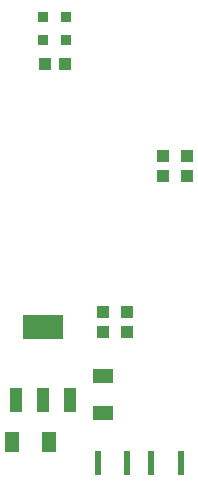
<source format=gtp>
%FSAX42Y42*%
%MOMM*%
G71*
G01*
G75*
G04 Layer_Color=8421504*
%ADD10R,0.87X0.87*%
%ADD11R,1.10X1.00*%
%ADD12R,1.00X1.10*%
%ADD13R,3.40X2.15*%
%ADD14R,1.05X2.15*%
%ADD15R,1.05X2.15*%
%ADD16R,0.50X2.10*%
%ADD17R,1.70X1.25*%
%ADD18R,1.25X1.70*%
%ADD19C,0.25*%
%ADD20C,2.50*%
%ADD21R,1.50X1.50*%
%ADD22C,1.50*%
%ADD23C,1.52*%
%ADD24C,1.20*%
%ADD25O,1.65X4.00*%
%ADD26C,1.40*%
%ADD27P,1.52X8X112.5*%
%ADD28C,3.00*%
%ADD29C,1.27*%
%ADD30O,0.40X2.10*%
%ADD31R,0.80X0.35*%
%ADD32O,0.80X0.28*%
%ADD33O,0.28X0.80*%
%ADD34R,7.65X7.65*%
%ADD35C,0.20*%
%ADD36C,0.25*%
%ADD37C,0.60*%
D10*
X003048Y006655D02*
D03*
Y006849D02*
D03*
X003242D02*
D03*
Y006655D02*
D03*
D11*
X003065Y006452D02*
D03*
X003235D02*
D03*
D12*
X003556Y004182D02*
D03*
X003759D02*
D03*
Y004352D02*
D03*
X003556D02*
D03*
X004064Y005503D02*
D03*
X004267D02*
D03*
Y005673D02*
D03*
X004064D02*
D03*
D13*
X003048Y004222D02*
D03*
D14*
X003048Y003602D02*
D03*
X003278D02*
D03*
D15*
X002818Y003602D02*
D03*
D16*
X003511Y003070D02*
D03*
X003761D02*
D03*
X003961D02*
D03*
X004211D02*
D03*
D17*
X003556Y003495D02*
D03*
Y003810D02*
D03*
D18*
X003099Y003251D02*
D03*
X002784D02*
D03*
M02*

</source>
